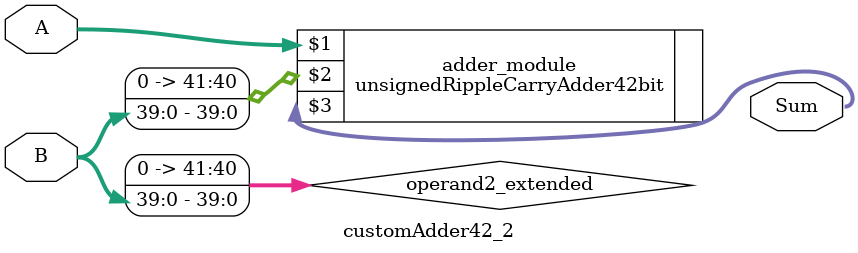
<source format=v>
module customAdder42_2(
                        input [41 : 0] A,
                        input [39 : 0] B,
                        
                        output [42 : 0] Sum
                );

        wire [41 : 0] operand2_extended;
        
        assign operand2_extended =  {2'b0, B};
        
        unsignedRippleCarryAdder42bit adder_module(
            A,
            operand2_extended,
            Sum
        );
        
        endmodule
        
</source>
